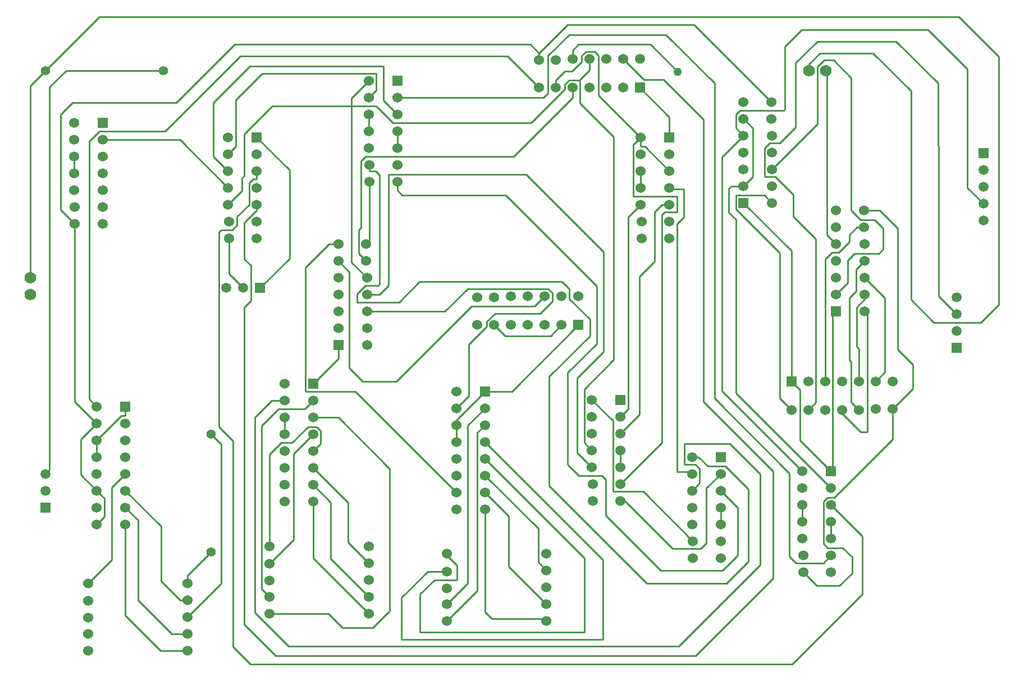
<source format=gtl>
G04*
G04 #@! TF.GenerationSoftware,Altium Limited,Altium Designer,18.0.7 (293)*
G04*
G04 Layer_Physical_Order=1*
G04 Layer_Color=255*
%FSLAX25Y25*%
%MOIN*%
G70*
G01*
G75*
%ADD12C,0.01000*%
%ADD22C,0.05512*%
%ADD23C,0.06000*%
%ADD24C,0.05906*%
%ADD25R,0.05906X0.05906*%
%ADD26C,0.07000*%
%ADD27R,0.06000X0.06000*%
%ADD28R,0.05906X0.05906*%
%ADD29R,0.06000X0.06000*%
%ADD30C,0.05000*%
D12*
X589450Y467350D02*
X600000Y456800D01*
Y378000D02*
Y456800D01*
Y378000D02*
X605500Y372500D01*
X635500Y324900D02*
Y449000D01*
X613000Y471500D02*
X635500Y449000D01*
X581600Y471500D02*
X613000D01*
X651914Y327086D02*
Y380110D01*
Y327086D02*
X662500Y316500D01*
X651466Y453534D02*
X651914Y380110D01*
X626500Y478500D02*
X651466Y453534D01*
X579812Y478500D02*
X626500D01*
X669000Y391500D02*
Y462000D01*
X645500Y485500D02*
X669000Y462000D01*
X570500Y485500D02*
X645500D01*
X687500Y322000D02*
Y469500D01*
X664000Y493000D02*
X687500Y469500D01*
X153500Y493000D02*
X664000D01*
X441500Y127500D02*
Y171500D01*
X344000Y127500D02*
X441500D01*
X344000D02*
Y150000D01*
X452500Y123150D02*
Y170500D01*
X333000Y123150D02*
X452500D01*
X333000D02*
Y148000D01*
X553500Y159500D02*
Y223000D01*
X512300Y264200D02*
X553500Y223000D01*
X512300Y264200D02*
Y432000D01*
X528000Y239500D02*
X546000Y221500D01*
X501000Y239500D02*
X528000D01*
X501000Y227000D02*
Y239500D01*
X546000Y167400D02*
Y221500D01*
X497600Y119000D02*
X546000Y167400D01*
X522500Y211500D02*
X532500Y201500D01*
Y173000D02*
Y201500D01*
X523500Y164000D02*
X532500Y173000D01*
X487000Y164000D02*
X523500D01*
X314000Y401500D02*
X317500D01*
X525200Y226000D02*
X539000Y212200D01*
Y169500D02*
Y212200D01*
X526000Y156500D02*
X539000Y169500D01*
X478500Y156500D02*
X526000D01*
X420600Y214400D02*
X478500Y156500D01*
X454350Y196650D02*
X487000Y164000D01*
X454350Y196650D02*
Y217950D01*
X494000Y177000D02*
X510500D01*
X465500Y205500D02*
X494000Y177000D01*
X463000Y205500D02*
X465500D01*
X608000Y318000D02*
X609500Y316500D01*
Y246500D02*
Y316500D01*
X605500Y246500D02*
X609500D01*
X594500Y257500D02*
X605500Y246500D01*
X603000Y330000D02*
Y343000D01*
X598900Y325900D02*
X603000Y330000D01*
X598900Y289100D02*
Y325900D01*
X603000Y343000D02*
X608000Y348000D01*
X598000Y348500D02*
X602000Y352500D01*
X598000Y335000D02*
Y348500D01*
X591000Y328000D02*
X598000Y335000D01*
X605500Y372500D02*
X614000D01*
X619000Y367500D01*
Y355000D02*
Y367500D01*
X616500Y352500D02*
X619000Y355000D01*
X602000Y352500D02*
X616500D01*
X589000Y224000D02*
Y316000D01*
X588000Y223000D02*
X589000Y224000D01*
X600000Y264000D02*
X604500Y259500D01*
X598900Y289100D02*
X600000Y288000D01*
Y264000D02*
Y288000D01*
X603100Y297000D02*
Y320500D01*
Y297000D02*
X604500Y295600D01*
Y276500D02*
Y295600D01*
X608000Y338000D02*
X620000Y326000D01*
Y282000D02*
Y326000D01*
X614500Y276500D02*
X620000Y282000D01*
X507500Y113500D02*
X553500Y159500D01*
X417500Y135500D02*
X419000Y134000D01*
X386500Y135500D02*
X417500D01*
X382500Y139500D02*
X386500Y135500D01*
X382500Y139500D02*
Y200500D01*
X352500Y158500D02*
X366000D01*
X344000Y150000D02*
X352500Y158500D01*
X348500Y163500D02*
X360000D01*
X333000Y148000D02*
X348500Y163500D01*
X238300Y397200D02*
X239500Y398400D01*
Y423300D01*
X266500Y349500D02*
Y402000D01*
X249000Y332000D02*
X266500Y349500D01*
X247000Y421500D02*
X266500Y402000D01*
X239500Y320400D02*
X243500Y324400D01*
X239500Y132049D02*
Y320400D01*
Y132049D02*
X258049Y113500D01*
X280500Y255000D02*
X295500D01*
X326000Y224500D01*
Y140000D02*
Y224500D01*
X316000Y130000D02*
X326000Y140000D01*
X298000Y130000D02*
X316000D01*
X289500Y138500D02*
X298000Y130000D01*
X254500Y138500D02*
X289500D01*
X303350Y440000D02*
Y444850D01*
X328000Y430000D02*
X409864D01*
X430000Y450136D01*
X480850Y476650D02*
X497000Y460500D01*
X438000Y476650D02*
X480850D01*
X432600Y482500D02*
X489877D01*
X420000Y469900D02*
X432600Y482500D01*
X489877D02*
X518700Y453677D01*
X506500Y488500D02*
X552500Y442500D01*
X431522Y488500D02*
X506500D01*
X414500Y471478D02*
X431522Y488500D01*
X555000Y398000D02*
X565500Y387500D01*
Y374400D02*
Y387500D01*
Y374400D02*
X579000Y360900D01*
X585500Y363500D02*
Y461000D01*
Y363500D02*
X591000Y358000D01*
X627500Y295500D02*
Y367500D01*
Y295500D02*
X636500Y286500D01*
Y272000D02*
Y286500D01*
X617000Y378000D02*
X627500Y367500D01*
X624500Y260000D02*
X636500Y272000D01*
X624500Y242000D02*
Y260000D01*
X635500Y324900D02*
X648900Y311500D01*
X677000D02*
X687500Y322000D01*
X648900Y311500D02*
X677000D01*
X669000Y391500D02*
X678500Y382000D01*
X567000Y465688D02*
X579812Y478500D01*
X409378Y476600D02*
X414500Y471478D01*
X233800Y476600D02*
X409378D01*
X121500Y461000D02*
X153500Y493000D01*
X421500Y303500D02*
X428000Y310000D01*
X394500Y303500D02*
X421500D01*
X388000Y310000D02*
X394500Y303500D01*
X374500Y321000D02*
X412000D01*
X329700Y276200D02*
X374500Y321000D01*
X412000D02*
X418000Y327000D01*
X310000Y276200D02*
X329700D01*
X295500Y348000D02*
X302000Y341500D01*
Y284200D02*
Y341500D01*
Y284200D02*
X310000Y276200D01*
X306500Y328500D02*
X311500Y333500D01*
X306500Y323500D02*
Y328500D01*
Y323500D02*
X331400D01*
X317500Y401500D02*
X320000Y399000D01*
Y334400D02*
Y399000D01*
X319100Y333500D02*
X320000Y334400D01*
X314000Y360000D02*
Y395000D01*
X312000Y358000D02*
X314000Y360000D01*
X366000Y158500D02*
Y167000D01*
X365500Y250500D02*
Y253500D01*
X382500Y270500D01*
X398500D01*
X388486Y316850D02*
X415250D01*
X383500Y311864D02*
X388486Y316850D01*
X383500Y309100D02*
Y311864D01*
X415250Y316850D02*
X422500Y324100D01*
X444701Y303401D02*
Y313299D01*
X432500Y325500D02*
X444701Y313299D01*
X432500Y325500D02*
Y331500D01*
X420600Y279300D02*
X444701Y303401D01*
X448850Y298850D02*
Y333150D01*
X431625Y281625D02*
X448850Y298850D01*
X431625Y227075D02*
Y281625D01*
X394827Y387173D02*
X448850Y333150D01*
X333327Y387173D02*
X394827D01*
X453000Y294000D02*
Y353500D01*
X437350Y278350D02*
X453000Y294000D01*
X437350Y234150D02*
Y278350D01*
X407000Y399500D02*
X453000Y353500D01*
X325250Y399500D02*
X407000D01*
X439000Y441800D02*
X459000Y421800D01*
Y289300D02*
Y421800D01*
X441500Y271800D02*
X459000Y289300D01*
X147500Y266000D02*
Y419000D01*
Y266000D02*
X152000Y261500D01*
X147500Y419000D02*
X153500Y425000D01*
X137500Y442000D02*
X199200D01*
X130500Y435000D02*
X137500Y442000D01*
X130500Y378500D02*
Y435000D01*
X199200Y442000D02*
X233800Y476600D01*
X130500Y378500D02*
X139000Y370000D01*
X124000Y451300D02*
X133700Y461000D01*
X124000Y451300D02*
X124000Y224000D01*
X121500Y221500D02*
X124000Y224000D01*
X224500Y249500D02*
X233000Y241000D01*
Y118700D02*
Y241000D01*
Y118700D02*
X243200Y108500D01*
X220000Y245000D02*
X226000Y239000D01*
Y156500D02*
Y239000D01*
X206000Y136500D02*
X226000Y156500D01*
X583850Y467350D02*
X589450D01*
X580000Y463500D02*
X583850Y467350D01*
X575000Y464900D02*
X581600Y471500D01*
X567000Y427500D02*
Y465688D01*
X557500Y418000D02*
X567000Y427500D01*
X560500Y475500D02*
X570500Y485500D01*
X560500Y438300D02*
Y475500D01*
X559700Y437500D02*
X560500Y438300D01*
X594500Y257500D02*
Y259500D01*
X527350Y376756D02*
X531500Y372607D01*
Y269500D02*
Y372607D01*
Y269500D02*
X588000Y213000D01*
X518700Y266300D02*
X563200Y221800D01*
X518700Y266300D02*
Y453677D01*
X563200Y172500D02*
Y221800D01*
X600500Y162500D02*
Y172000D01*
X595000Y177500D02*
X600500Y172000D01*
X586000Y177500D02*
X595000D01*
X593000Y155000D02*
X600500Y162500D01*
X579500Y155000D02*
X593000D01*
X571500Y163000D02*
X579500Y155000D01*
X588000Y203000D02*
X606500Y184500D01*
Y150000D02*
Y184500D01*
X565000Y108500D02*
X606500Y150000D01*
X243200Y108500D02*
X565000D01*
X360000Y173000D02*
X366000Y167000D01*
X360000Y173000D02*
Y174000D01*
X224500Y249500D02*
Y365000D01*
X190200Y157800D02*
Y190300D01*
Y157800D02*
X201500Y146500D01*
X206000D01*
X196500Y126500D02*
X206000D01*
X176500Y146500D02*
X196500Y126500D01*
X176500Y146500D02*
Y194000D01*
X190000Y116500D02*
X206000D01*
X169000Y137500D02*
X190000Y116500D01*
X169000Y137500D02*
Y191500D01*
X142500Y242000D02*
X152000Y251500D01*
X142500Y221000D02*
Y242000D01*
Y221000D02*
X152000Y211500D01*
X382500Y230500D02*
X441500Y171500D01*
X382500Y240500D02*
X452500Y170500D01*
X265773Y119000D02*
X497600D01*
X245800Y138973D02*
X265773Y119000D01*
X258049Y113500D02*
X507500D01*
X439000Y455500D02*
Y455800D01*
Y441800D02*
Y455500D01*
X303350Y444850D02*
X313500Y455000D01*
X303350Y440000D02*
X318000D01*
X256200D02*
X303350D01*
Y347150D02*
Y440000D01*
X398500Y270500D02*
X438000Y310000D01*
X551500Y418000D02*
X557500D01*
X548500Y415000D02*
X551500Y418000D01*
X548500Y398000D02*
Y415000D01*
Y398000D02*
X555000D01*
X579000Y264000D02*
Y360900D01*
X574500Y259500D02*
X579000Y264000D01*
X414500Y467500D02*
Y471478D01*
X607500Y378000D02*
X617000D01*
X230500Y340500D02*
Y361500D01*
Y340500D02*
X239000Y332000D01*
X583500Y180000D02*
X586000Y177500D01*
X583500Y180000D02*
Y205000D01*
X586000Y207500D01*
X590000D01*
X624500Y242000D01*
X152000Y191500D02*
X156500Y196000D01*
Y207000D01*
X152000Y211500D02*
X156500Y207000D01*
X463000Y215500D02*
X487500Y240000D01*
Y375200D01*
X489300Y377000D01*
X496500D01*
Y386500D01*
X470500D02*
X496500D01*
X470500D02*
Y417000D01*
X475000Y421500D01*
X314000Y401500D02*
Y405000D01*
X311500Y333500D02*
X319100D01*
X331400Y323500D02*
X343600Y335700D01*
X428300D01*
X432500Y331500D01*
X420600Y214400D02*
Y279300D01*
X514800Y226000D02*
X525200D01*
X509300Y231500D02*
X514800Y226000D01*
X505500Y231500D02*
X509300D01*
X255800Y265000D02*
X263500D01*
X245800Y255000D02*
X255800Y265000D01*
X245800Y138973D02*
Y255000D01*
X501000Y227000D02*
X507500D01*
X510000Y224500D01*
Y216000D02*
Y224500D01*
X505500Y211500D02*
X510000Y216000D01*
X446000Y265500D02*
X458500Y253000D01*
Y211000D02*
Y253000D01*
Y211000D02*
X476500D01*
X506000Y181500D01*
X514000Y213000D02*
X522500Y221500D01*
X514000Y180500D02*
Y213000D01*
X510500Y177000D02*
X514000Y180500D01*
X330500Y390000D02*
Y395000D01*
Y390000D02*
X333327Y387173D01*
X431625Y227075D02*
X438200Y220500D01*
X451800D01*
X454350Y217950D01*
X434500Y468000D02*
Y473150D01*
X438000Y476650D01*
X523200Y270800D02*
X571000Y223000D01*
X523200Y270800D02*
Y409700D01*
X536000Y422500D01*
X238300Y389800D02*
Y397200D01*
X230000Y381500D02*
X238300Y389800D01*
X239500Y423300D02*
X256200Y440000D01*
X318000D02*
X328000Y430000D01*
X430000Y450136D02*
Y453000D01*
X432500Y455500D01*
X439000D01*
X441500Y240000D02*
X446000Y235500D01*
X303350Y347150D02*
X312500Y338000D01*
X307500Y352500D02*
X312000Y348000D01*
X307500Y352500D02*
Y366200D01*
X309000Y367700D01*
Y407500D01*
X311500Y410000D01*
X399500D01*
X434500Y445000D01*
Y451000D01*
X247000Y378114D02*
Y381500D01*
X239539Y370653D02*
X247000Y378114D01*
X239539Y349161D02*
Y370653D01*
Y349161D02*
X243500Y345200D01*
Y324400D02*
Y345200D01*
X488542Y455758D02*
X512300Y432000D01*
X476742Y455758D02*
X488542D01*
X464500Y468000D02*
X476742Y455758D01*
X583500Y168500D02*
X588000Y173000D01*
X567200Y168500D02*
X583500D01*
X563200Y172500D02*
X567200Y168500D01*
X420000Y447700D02*
Y469900D01*
X417300Y445000D02*
X420000Y447700D01*
X330500Y445000D02*
X417300D01*
X224500Y365000D02*
X226000Y366500D01*
X232500D01*
X235300Y369300D01*
Y374300D01*
X242500Y381500D01*
Y394300D01*
X245000Y396800D01*
X247000D01*
Y401500D01*
X201500Y420000D02*
X230000Y391500D01*
X155500Y420000D02*
X201500D01*
X290000Y358000D02*
X295500D01*
X276000Y344000D02*
X290000Y358000D01*
X276000Y270500D02*
Y344000D01*
Y270500D02*
X305500D01*
X365500Y210500D01*
X414050Y168950D02*
X419000Y164000D01*
X414050Y168950D02*
Y188950D01*
X382500Y220500D02*
X414050Y188950D01*
X378000Y246000D02*
X382500Y250500D01*
X378000Y152000D02*
Y246000D01*
X360000Y134000D02*
X378000Y152000D01*
X575000Y461000D02*
Y464900D01*
X147000Y156500D02*
X160700Y170200D01*
Y213200D01*
X169000Y221500D01*
X280500Y235000D02*
X285000Y239500D01*
Y247000D01*
X282500Y249500D02*
X285000Y247000D01*
X277500Y249500D02*
X282500D01*
X268000Y240000D02*
X277500Y249500D01*
X261500Y240000D02*
X268000D01*
X254500Y233000D02*
X261500Y240000D01*
X254500Y178500D02*
Y233000D01*
X301200Y180800D02*
X313500Y168500D01*
X301200Y180800D02*
Y204300D01*
X280500Y225000D02*
X301200Y204300D01*
X313500Y445000D02*
X318000Y449500D01*
Y459500D01*
X250175D02*
X318000D01*
X234500Y443825D02*
X250175Y459500D01*
X234500Y416000D02*
Y443825D01*
X230000Y411500D02*
X234500Y416000D01*
X322150Y443350D02*
X330500Y435000D01*
X322150Y443350D02*
Y463650D01*
X242936D02*
X322150D01*
X221350Y442064D02*
X242936Y463650D01*
X221350Y410150D02*
Y442064D01*
Y410150D02*
X230000Y401500D01*
X424500Y451000D02*
Y455317D01*
X430000Y460817D01*
X434317D01*
X440000Y466500D01*
Y470000D01*
X442500Y472500D01*
X447500D01*
X450000Y470000D01*
Y446500D02*
Y470000D01*
Y446500D02*
X475000Y421500D01*
X437350Y234150D02*
X446000Y225500D01*
X325250Y333250D02*
Y399500D01*
X320000Y328000D02*
X325250Y333250D01*
X312500Y328000D02*
X320000D01*
X441500Y240000D02*
Y271800D01*
X439000Y455800D02*
X444500Y461300D01*
Y468000D01*
X312500Y318000D02*
X358600D01*
X372100Y331500D01*
X420000D01*
X422500Y329000D01*
Y324100D02*
Y329000D01*
X372700Y298300D02*
X383500Y309100D01*
X372700Y267700D02*
Y298300D01*
X365500Y260500D02*
X372700Y267700D01*
X268900Y233400D02*
X280500Y245000D01*
X268900Y182400D02*
Y233400D01*
X254500Y168000D02*
X268900Y182400D01*
X206000Y156500D02*
Y161000D01*
X220000Y175000D01*
X133700Y461000D02*
X191500D01*
X112500Y338000D02*
Y452000D01*
X121500Y461000D01*
X580000Y429500D02*
Y463500D01*
X553000Y402500D02*
X580000Y429500D01*
X534000Y437500D02*
X559700D01*
X531500Y435000D02*
X534000Y437500D01*
X531500Y427000D02*
Y435000D01*
Y427000D02*
X536000Y422500D01*
X564500Y276500D02*
X569500Y271500D01*
Y241500D02*
Y271500D01*
Y241500D02*
X588000Y223000D01*
X548500Y387000D02*
X553000Y382500D01*
X531500Y387000D02*
X548500D01*
X531500Y378773D02*
Y387000D01*
Y378773D02*
X557539Y352735D01*
Y266461D02*
Y352735D01*
Y266461D02*
X564500Y259500D01*
X528750Y392500D02*
X536000D01*
X527350Y391100D02*
X528750Y392500D01*
X527350Y376756D02*
Y391100D01*
X360000Y144000D02*
X372350Y156350D01*
Y250350D01*
X382500Y260500D01*
X395800Y469700D02*
X414500Y451000D01*
X237300Y469700D02*
X395800D01*
X192600Y425000D02*
X237300Y469700D01*
X153500Y425000D02*
X192600D01*
X492000Y391500D02*
X492850Y390650D01*
X500650D01*
Y374150D02*
Y390650D01*
X496500Y370000D02*
X500650Y374150D01*
X496500Y222850D02*
Y370000D01*
Y222850D02*
X500930D01*
Y222850D01*
X504150D01*
X505500Y221500D01*
X463000Y245500D02*
X474200Y256700D01*
Y338800D01*
X483163Y347763D01*
Y377163D01*
X487500Y381500D01*
X492000D01*
X564500Y276500D02*
Y354000D01*
X536000Y382500D02*
X564500Y354000D01*
X250000Y153000D02*
X254500Y148500D01*
X250000Y153000D02*
Y250000D01*
X260000Y260000D01*
X275500D01*
X280500Y265000D01*
X584500Y276500D02*
Y349100D01*
X588400Y353000D01*
X592500D01*
X598738Y359238D01*
Y363500D01*
X603238Y368000D01*
X607500D01*
X589000Y316000D02*
X591000Y318000D01*
X608000Y325400D02*
Y328000D01*
X603100Y320500D02*
X608000Y325400D01*
X169000Y256000D02*
Y261500D01*
X166500Y256000D02*
X169000D01*
X152000Y241500D02*
X166500Y256000D01*
X475000Y416000D02*
Y421500D01*
Y416000D02*
X477500D01*
X492000Y401500D01*
X295500Y290000D02*
Y298000D01*
X280500Y275000D02*
X295500Y290000D01*
X492000Y421500D02*
Y433500D01*
X474500Y451000D02*
X492000Y433500D01*
X169000Y211500D02*
X190200Y190300D01*
X382500Y210500D02*
X396600Y196400D01*
Y166400D02*
Y196400D01*
Y166400D02*
X419000Y144000D01*
X280500Y171500D02*
Y205000D01*
Y171500D02*
X313500Y138500D01*
X280500Y215000D02*
X291000Y204500D01*
Y171000D02*
Y204500D01*
Y171000D02*
X313500Y148500D01*
X169000Y201500D02*
X176500Y194000D01*
X536000Y432500D02*
X541498Y427002D01*
Y397998D02*
Y427002D01*
X536000Y392500D02*
X541498Y397998D01*
X139000Y264500D02*
X152000Y251500D01*
X139000Y264500D02*
Y370000D01*
X463000Y255500D02*
X467500Y260000D01*
Y374000D01*
X475000Y381500D01*
X152000Y231500D02*
Y241500D01*
X263500Y245000D02*
Y255000D01*
X365500Y240500D02*
Y250500D01*
X138500Y400000D02*
Y410000D01*
X522500Y191500D02*
Y201500D01*
X475000Y391500D02*
Y401500D01*
X571000Y193000D02*
Y203000D01*
X313500Y425000D02*
Y435000D01*
X330500Y415000D02*
Y425000D01*
X588000Y183000D02*
Y193000D01*
X463000Y225500D02*
Y235500D01*
D22*
X121500Y461000D02*
D03*
X191500D02*
D03*
X220000Y245000D02*
D03*
Y175000D02*
D03*
D23*
X419000Y134000D02*
D03*
Y144000D02*
D03*
Y154000D02*
D03*
Y164000D02*
D03*
Y174000D02*
D03*
X360000D02*
D03*
Y163500D02*
D03*
Y153500D02*
D03*
Y144000D02*
D03*
Y134000D02*
D03*
X313500Y138500D02*
D03*
Y148500D02*
D03*
Y158500D02*
D03*
Y168500D02*
D03*
Y178500D02*
D03*
X254500D02*
D03*
Y168000D02*
D03*
Y158000D02*
D03*
Y148500D02*
D03*
Y138500D02*
D03*
X206000Y116500D02*
D03*
Y126500D02*
D03*
Y136500D02*
D03*
Y146500D02*
D03*
Y156500D02*
D03*
X147000D02*
D03*
Y146000D02*
D03*
Y136000D02*
D03*
Y126500D02*
D03*
Y116500D02*
D03*
X280500Y205000D02*
D03*
Y215000D02*
D03*
Y225000D02*
D03*
Y235000D02*
D03*
Y245000D02*
D03*
Y255000D02*
D03*
Y265000D02*
D03*
X263500Y205000D02*
D03*
Y215000D02*
D03*
Y225000D02*
D03*
Y235000D02*
D03*
Y245000D02*
D03*
Y255000D02*
D03*
Y275000D02*
D03*
Y265000D02*
D03*
X382500Y200500D02*
D03*
Y210500D02*
D03*
Y220500D02*
D03*
Y230500D02*
D03*
Y240500D02*
D03*
Y250500D02*
D03*
Y260500D02*
D03*
X365500Y200500D02*
D03*
Y210500D02*
D03*
Y220500D02*
D03*
Y230500D02*
D03*
Y240500D02*
D03*
Y250500D02*
D03*
Y270500D02*
D03*
Y260500D02*
D03*
X169000Y191500D02*
D03*
Y201500D02*
D03*
Y211500D02*
D03*
Y221500D02*
D03*
Y231500D02*
D03*
Y241500D02*
D03*
Y251500D02*
D03*
X152000Y191500D02*
D03*
Y201500D02*
D03*
Y211500D02*
D03*
Y221500D02*
D03*
Y231500D02*
D03*
Y241500D02*
D03*
Y261500D02*
D03*
Y251500D02*
D03*
X230500Y361500D02*
D03*
Y371500D02*
D03*
X230000Y381500D02*
D03*
Y391500D02*
D03*
Y401500D02*
D03*
Y411500D02*
D03*
Y421500D02*
D03*
X247000Y411500D02*
D03*
Y401500D02*
D03*
Y391500D02*
D03*
Y381500D02*
D03*
Y371500D02*
D03*
Y361500D02*
D03*
X414500Y467500D02*
D03*
X424500D02*
D03*
X434500Y468000D02*
D03*
X444500D02*
D03*
X454500D02*
D03*
X464500D02*
D03*
X474500D02*
D03*
X464500Y451000D02*
D03*
X454500D02*
D03*
X444500D02*
D03*
X434500D02*
D03*
X424500D02*
D03*
X414500D02*
D03*
X314000Y395000D02*
D03*
Y405000D02*
D03*
X313500Y415000D02*
D03*
Y425000D02*
D03*
Y435000D02*
D03*
Y445000D02*
D03*
Y455000D02*
D03*
X330500Y445000D02*
D03*
Y435000D02*
D03*
Y425000D02*
D03*
Y415000D02*
D03*
Y405000D02*
D03*
Y395000D02*
D03*
X475500Y361500D02*
D03*
Y371500D02*
D03*
X475000Y381500D02*
D03*
Y391500D02*
D03*
Y401500D02*
D03*
Y411500D02*
D03*
Y421500D02*
D03*
X492000Y411500D02*
D03*
Y401500D02*
D03*
Y391500D02*
D03*
Y381500D02*
D03*
Y371500D02*
D03*
Y361500D02*
D03*
X571500Y163000D02*
D03*
Y173000D02*
D03*
X571000Y183000D02*
D03*
Y193000D02*
D03*
Y203000D02*
D03*
Y213000D02*
D03*
Y223000D02*
D03*
X588000Y213000D02*
D03*
Y203000D02*
D03*
Y193000D02*
D03*
Y183000D02*
D03*
Y173000D02*
D03*
Y163000D02*
D03*
X446500Y205500D02*
D03*
Y215500D02*
D03*
X446000Y225500D02*
D03*
Y235500D02*
D03*
Y245500D02*
D03*
Y255500D02*
D03*
Y265500D02*
D03*
X463000Y255500D02*
D03*
Y245500D02*
D03*
Y235500D02*
D03*
Y225500D02*
D03*
Y215500D02*
D03*
Y205500D02*
D03*
X139000Y370000D02*
D03*
Y380000D02*
D03*
X138500Y390000D02*
D03*
Y400000D02*
D03*
Y410000D02*
D03*
Y420000D02*
D03*
Y430000D02*
D03*
X155500Y420000D02*
D03*
Y410000D02*
D03*
Y400000D02*
D03*
Y390000D02*
D03*
Y380000D02*
D03*
Y370000D02*
D03*
X506000Y171500D02*
D03*
Y181500D02*
D03*
X505500Y191500D02*
D03*
Y201500D02*
D03*
Y211500D02*
D03*
Y221500D02*
D03*
Y231500D02*
D03*
X522500Y221500D02*
D03*
Y211500D02*
D03*
Y201500D02*
D03*
Y191500D02*
D03*
Y181500D02*
D03*
Y171500D02*
D03*
X624500Y260000D02*
D03*
X614500D02*
D03*
X604500Y259500D02*
D03*
X594500D02*
D03*
X584500D02*
D03*
X574500D02*
D03*
X564500D02*
D03*
X574500Y276500D02*
D03*
X584500D02*
D03*
X594500D02*
D03*
X604500D02*
D03*
X614500D02*
D03*
X624500D02*
D03*
X607500Y378000D02*
D03*
Y368000D02*
D03*
X608000Y358000D02*
D03*
Y348000D02*
D03*
Y338000D02*
D03*
Y328000D02*
D03*
Y318000D02*
D03*
X591000Y328000D02*
D03*
Y338000D02*
D03*
Y348000D02*
D03*
Y358000D02*
D03*
Y368000D02*
D03*
Y378000D02*
D03*
X378000Y326500D02*
D03*
X388000D02*
D03*
X398000Y327000D02*
D03*
X408000D02*
D03*
X418000D02*
D03*
X428000D02*
D03*
X438000D02*
D03*
X428000Y310000D02*
D03*
X418000D02*
D03*
X408000D02*
D03*
X398000D02*
D03*
X388000D02*
D03*
X378000D02*
D03*
X312000Y358000D02*
D03*
Y348000D02*
D03*
X312500Y338000D02*
D03*
Y328000D02*
D03*
Y318000D02*
D03*
Y308000D02*
D03*
Y298000D02*
D03*
X295500Y308000D02*
D03*
Y318000D02*
D03*
Y328000D02*
D03*
Y338000D02*
D03*
Y348000D02*
D03*
Y358000D02*
D03*
X552500Y442500D02*
D03*
Y432500D02*
D03*
X553000Y422500D02*
D03*
Y412500D02*
D03*
Y402500D02*
D03*
Y392500D02*
D03*
Y382500D02*
D03*
X536000Y392500D02*
D03*
Y402500D02*
D03*
Y412500D02*
D03*
Y422500D02*
D03*
Y432500D02*
D03*
Y442500D02*
D03*
D24*
X662500Y326500D02*
D03*
Y316500D02*
D03*
Y306500D02*
D03*
X121500Y211500D02*
D03*
Y221500D02*
D03*
X239000Y332000D02*
D03*
X229000D02*
D03*
X678500Y372000D02*
D03*
Y382000D02*
D03*
Y392000D02*
D03*
Y402000D02*
D03*
D25*
X662500Y296500D02*
D03*
X121500Y201500D02*
D03*
X678500Y412000D02*
D03*
D26*
X585000Y461000D02*
D03*
X575000D02*
D03*
X112500Y328000D02*
D03*
Y338000D02*
D03*
D27*
X280500Y275000D02*
D03*
X382500Y270500D02*
D03*
X169000Y261500D02*
D03*
X247000Y421500D02*
D03*
X330500Y455000D02*
D03*
X492000Y421500D02*
D03*
X588000Y223000D02*
D03*
X463000Y265500D02*
D03*
X155500Y430000D02*
D03*
X522500Y231500D02*
D03*
X591000Y318000D02*
D03*
X295500Y298000D02*
D03*
X536000Y382500D02*
D03*
D28*
X249000Y332000D02*
D03*
D29*
X474500Y451000D02*
D03*
X564500Y276500D02*
D03*
X438000Y310000D02*
D03*
D30*
X497000Y460500D02*
D03*
M02*

</source>
